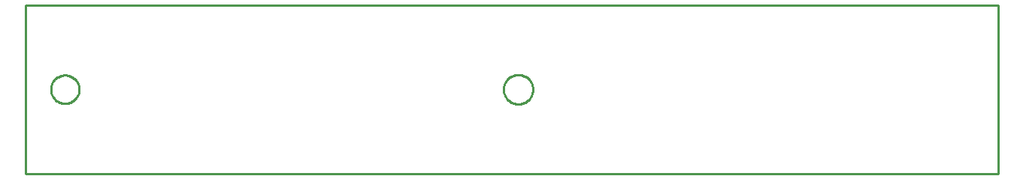
<source format=gko>
G04 EAGLE Gerber RS-274X export*
G75*
%MOMM*%
%FSLAX34Y34*%
%LPD*%
%INBoard Outline*%
%IPPOS*%
%AMOC8*
5,1,8,0,0,1.08239X$1,22.5*%
G01*
%ADD10C,0.000000*%
%ADD11C,0.254000*%


D10*
X0Y0D02*
X1095250Y0D01*
X1095250Y190400D01*
X0Y190400D01*
X0Y0D01*
X28450Y95250D02*
X28455Y95643D01*
X28469Y96035D01*
X28493Y96427D01*
X28527Y96818D01*
X28570Y97209D01*
X28623Y97598D01*
X28686Y97985D01*
X28757Y98371D01*
X28839Y98756D01*
X28929Y99138D01*
X29030Y99517D01*
X29139Y99895D01*
X29258Y100269D01*
X29385Y100640D01*
X29522Y101008D01*
X29668Y101373D01*
X29823Y101734D01*
X29986Y102091D01*
X30158Y102444D01*
X30339Y102792D01*
X30529Y103136D01*
X30726Y103476D01*
X30932Y103810D01*
X31146Y104139D01*
X31369Y104463D01*
X31599Y104781D01*
X31836Y105094D01*
X32082Y105400D01*
X32335Y105701D01*
X32595Y105995D01*
X32862Y106283D01*
X33136Y106564D01*
X33417Y106838D01*
X33705Y107105D01*
X33999Y107365D01*
X34300Y107618D01*
X34606Y107864D01*
X34919Y108101D01*
X35237Y108331D01*
X35561Y108554D01*
X35890Y108768D01*
X36224Y108974D01*
X36564Y109171D01*
X36908Y109361D01*
X37256Y109542D01*
X37609Y109714D01*
X37966Y109877D01*
X38327Y110032D01*
X38692Y110178D01*
X39060Y110315D01*
X39431Y110442D01*
X39805Y110561D01*
X40183Y110670D01*
X40562Y110771D01*
X40944Y110861D01*
X41329Y110943D01*
X41715Y111014D01*
X42102Y111077D01*
X42491Y111130D01*
X42882Y111173D01*
X43273Y111207D01*
X43665Y111231D01*
X44057Y111245D01*
X44450Y111250D01*
X44843Y111245D01*
X45235Y111231D01*
X45627Y111207D01*
X46018Y111173D01*
X46409Y111130D01*
X46798Y111077D01*
X47185Y111014D01*
X47571Y110943D01*
X47956Y110861D01*
X48338Y110771D01*
X48717Y110670D01*
X49095Y110561D01*
X49469Y110442D01*
X49840Y110315D01*
X50208Y110178D01*
X50573Y110032D01*
X50934Y109877D01*
X51291Y109714D01*
X51644Y109542D01*
X51992Y109361D01*
X52336Y109171D01*
X52676Y108974D01*
X53010Y108768D01*
X53339Y108554D01*
X53663Y108331D01*
X53981Y108101D01*
X54294Y107864D01*
X54600Y107618D01*
X54901Y107365D01*
X55195Y107105D01*
X55483Y106838D01*
X55764Y106564D01*
X56038Y106283D01*
X56305Y105995D01*
X56565Y105701D01*
X56818Y105400D01*
X57064Y105094D01*
X57301Y104781D01*
X57531Y104463D01*
X57754Y104139D01*
X57968Y103810D01*
X58174Y103476D01*
X58371Y103136D01*
X58561Y102792D01*
X58742Y102444D01*
X58914Y102091D01*
X59077Y101734D01*
X59232Y101373D01*
X59378Y101008D01*
X59515Y100640D01*
X59642Y100269D01*
X59761Y99895D01*
X59870Y99517D01*
X59971Y99138D01*
X60061Y98756D01*
X60143Y98371D01*
X60214Y97985D01*
X60277Y97598D01*
X60330Y97209D01*
X60373Y96818D01*
X60407Y96427D01*
X60431Y96035D01*
X60445Y95643D01*
X60450Y95250D01*
X60445Y94857D01*
X60431Y94465D01*
X60407Y94073D01*
X60373Y93682D01*
X60330Y93291D01*
X60277Y92902D01*
X60214Y92515D01*
X60143Y92129D01*
X60061Y91744D01*
X59971Y91362D01*
X59870Y90983D01*
X59761Y90605D01*
X59642Y90231D01*
X59515Y89860D01*
X59378Y89492D01*
X59232Y89127D01*
X59077Y88766D01*
X58914Y88409D01*
X58742Y88056D01*
X58561Y87708D01*
X58371Y87364D01*
X58174Y87024D01*
X57968Y86690D01*
X57754Y86361D01*
X57531Y86037D01*
X57301Y85719D01*
X57064Y85406D01*
X56818Y85100D01*
X56565Y84799D01*
X56305Y84505D01*
X56038Y84217D01*
X55764Y83936D01*
X55483Y83662D01*
X55195Y83395D01*
X54901Y83135D01*
X54600Y82882D01*
X54294Y82636D01*
X53981Y82399D01*
X53663Y82169D01*
X53339Y81946D01*
X53010Y81732D01*
X52676Y81526D01*
X52336Y81329D01*
X51992Y81139D01*
X51644Y80958D01*
X51291Y80786D01*
X50934Y80623D01*
X50573Y80468D01*
X50208Y80322D01*
X49840Y80185D01*
X49469Y80058D01*
X49095Y79939D01*
X48717Y79830D01*
X48338Y79729D01*
X47956Y79639D01*
X47571Y79557D01*
X47185Y79486D01*
X46798Y79423D01*
X46409Y79370D01*
X46018Y79327D01*
X45627Y79293D01*
X45235Y79269D01*
X44843Y79255D01*
X44450Y79250D01*
X44057Y79255D01*
X43665Y79269D01*
X43273Y79293D01*
X42882Y79327D01*
X42491Y79370D01*
X42102Y79423D01*
X41715Y79486D01*
X41329Y79557D01*
X40944Y79639D01*
X40562Y79729D01*
X40183Y79830D01*
X39805Y79939D01*
X39431Y80058D01*
X39060Y80185D01*
X38692Y80322D01*
X38327Y80468D01*
X37966Y80623D01*
X37609Y80786D01*
X37256Y80958D01*
X36908Y81139D01*
X36564Y81329D01*
X36224Y81526D01*
X35890Y81732D01*
X35561Y81946D01*
X35237Y82169D01*
X34919Y82399D01*
X34606Y82636D01*
X34300Y82882D01*
X33999Y83135D01*
X33705Y83395D01*
X33417Y83662D01*
X33136Y83936D01*
X32862Y84217D01*
X32595Y84505D01*
X32335Y84799D01*
X32082Y85100D01*
X31836Y85406D01*
X31599Y85719D01*
X31369Y86037D01*
X31146Y86361D01*
X30932Y86690D01*
X30726Y87024D01*
X30529Y87364D01*
X30339Y87708D01*
X30158Y88056D01*
X29986Y88409D01*
X29823Y88766D01*
X29668Y89127D01*
X29522Y89492D01*
X29385Y89860D01*
X29258Y90231D01*
X29139Y90605D01*
X29030Y90983D01*
X28929Y91362D01*
X28839Y91744D01*
X28757Y92129D01*
X28686Y92515D01*
X28623Y92902D01*
X28570Y93291D01*
X28527Y93682D01*
X28493Y94073D01*
X28469Y94465D01*
X28455Y94857D01*
X28450Y95250D01*
X538480Y95250D02*
X538485Y95655D01*
X538500Y96060D01*
X538525Y96465D01*
X538560Y96868D01*
X538604Y97271D01*
X538659Y97673D01*
X538723Y98073D01*
X538797Y98471D01*
X538881Y98867D01*
X538975Y99262D01*
X539078Y99653D01*
X539191Y100043D01*
X539313Y100429D01*
X539445Y100812D01*
X539586Y101192D01*
X539737Y101568D01*
X539896Y101941D01*
X540065Y102309D01*
X540243Y102673D01*
X540429Y103033D01*
X540625Y103388D01*
X540829Y103738D01*
X541041Y104083D01*
X541262Y104422D01*
X541492Y104757D01*
X541729Y105085D01*
X541974Y105407D01*
X542228Y105724D01*
X542488Y106034D01*
X542757Y106337D01*
X543033Y106634D01*
X543316Y106924D01*
X543606Y107207D01*
X543903Y107483D01*
X544206Y107752D01*
X544516Y108012D01*
X544833Y108266D01*
X545155Y108511D01*
X545483Y108748D01*
X545818Y108978D01*
X546157Y109199D01*
X546502Y109411D01*
X546852Y109615D01*
X547207Y109811D01*
X547567Y109997D01*
X547931Y110175D01*
X548299Y110344D01*
X548672Y110503D01*
X549048Y110654D01*
X549428Y110795D01*
X549811Y110927D01*
X550197Y111049D01*
X550587Y111162D01*
X550978Y111265D01*
X551373Y111359D01*
X551769Y111443D01*
X552167Y111517D01*
X552567Y111581D01*
X552969Y111636D01*
X553372Y111680D01*
X553775Y111715D01*
X554180Y111740D01*
X554585Y111755D01*
X554990Y111760D01*
X555395Y111755D01*
X555800Y111740D01*
X556205Y111715D01*
X556608Y111680D01*
X557011Y111636D01*
X557413Y111581D01*
X557813Y111517D01*
X558211Y111443D01*
X558607Y111359D01*
X559002Y111265D01*
X559393Y111162D01*
X559783Y111049D01*
X560169Y110927D01*
X560552Y110795D01*
X560932Y110654D01*
X561308Y110503D01*
X561681Y110344D01*
X562049Y110175D01*
X562413Y109997D01*
X562773Y109811D01*
X563128Y109615D01*
X563478Y109411D01*
X563823Y109199D01*
X564162Y108978D01*
X564497Y108748D01*
X564825Y108511D01*
X565147Y108266D01*
X565464Y108012D01*
X565774Y107752D01*
X566077Y107483D01*
X566374Y107207D01*
X566664Y106924D01*
X566947Y106634D01*
X567223Y106337D01*
X567492Y106034D01*
X567752Y105724D01*
X568006Y105407D01*
X568251Y105085D01*
X568488Y104757D01*
X568718Y104422D01*
X568939Y104083D01*
X569151Y103738D01*
X569355Y103388D01*
X569551Y103033D01*
X569737Y102673D01*
X569915Y102309D01*
X570084Y101941D01*
X570243Y101568D01*
X570394Y101192D01*
X570535Y100812D01*
X570667Y100429D01*
X570789Y100043D01*
X570902Y99653D01*
X571005Y99262D01*
X571099Y98867D01*
X571183Y98471D01*
X571257Y98073D01*
X571321Y97673D01*
X571376Y97271D01*
X571420Y96868D01*
X571455Y96465D01*
X571480Y96060D01*
X571495Y95655D01*
X571500Y95250D01*
X571495Y94845D01*
X571480Y94440D01*
X571455Y94035D01*
X571420Y93632D01*
X571376Y93229D01*
X571321Y92827D01*
X571257Y92427D01*
X571183Y92029D01*
X571099Y91633D01*
X571005Y91238D01*
X570902Y90847D01*
X570789Y90457D01*
X570667Y90071D01*
X570535Y89688D01*
X570394Y89308D01*
X570243Y88932D01*
X570084Y88559D01*
X569915Y88191D01*
X569737Y87827D01*
X569551Y87467D01*
X569355Y87112D01*
X569151Y86762D01*
X568939Y86417D01*
X568718Y86078D01*
X568488Y85743D01*
X568251Y85415D01*
X568006Y85093D01*
X567752Y84776D01*
X567492Y84466D01*
X567223Y84163D01*
X566947Y83866D01*
X566664Y83576D01*
X566374Y83293D01*
X566077Y83017D01*
X565774Y82748D01*
X565464Y82488D01*
X565147Y82234D01*
X564825Y81989D01*
X564497Y81752D01*
X564162Y81522D01*
X563823Y81301D01*
X563478Y81089D01*
X563128Y80885D01*
X562773Y80689D01*
X562413Y80503D01*
X562049Y80325D01*
X561681Y80156D01*
X561308Y79997D01*
X560932Y79846D01*
X560552Y79705D01*
X560169Y79573D01*
X559783Y79451D01*
X559393Y79338D01*
X559002Y79235D01*
X558607Y79141D01*
X558211Y79057D01*
X557813Y78983D01*
X557413Y78919D01*
X557011Y78864D01*
X556608Y78820D01*
X556205Y78785D01*
X555800Y78760D01*
X555395Y78745D01*
X554990Y78740D01*
X554585Y78745D01*
X554180Y78760D01*
X553775Y78785D01*
X553372Y78820D01*
X552969Y78864D01*
X552567Y78919D01*
X552167Y78983D01*
X551769Y79057D01*
X551373Y79141D01*
X550978Y79235D01*
X550587Y79338D01*
X550197Y79451D01*
X549811Y79573D01*
X549428Y79705D01*
X549048Y79846D01*
X548672Y79997D01*
X548299Y80156D01*
X547931Y80325D01*
X547567Y80503D01*
X547207Y80689D01*
X546852Y80885D01*
X546502Y81089D01*
X546157Y81301D01*
X545818Y81522D01*
X545483Y81752D01*
X545155Y81989D01*
X544833Y82234D01*
X544516Y82488D01*
X544206Y82748D01*
X543903Y83017D01*
X543606Y83293D01*
X543316Y83576D01*
X543033Y83866D01*
X542757Y84163D01*
X542488Y84466D01*
X542228Y84776D01*
X541974Y85093D01*
X541729Y85415D01*
X541492Y85743D01*
X541262Y86078D01*
X541041Y86417D01*
X540829Y86762D01*
X540625Y87112D01*
X540429Y87467D01*
X540243Y87827D01*
X540065Y88191D01*
X539896Y88559D01*
X539737Y88932D01*
X539586Y89308D01*
X539445Y89688D01*
X539313Y90071D01*
X539191Y90457D01*
X539078Y90847D01*
X538975Y91238D01*
X538881Y91633D01*
X538797Y92029D01*
X538723Y92427D01*
X538659Y92827D01*
X538604Y93229D01*
X538560Y93632D01*
X538525Y94035D01*
X538500Y94440D01*
X538485Y94845D01*
X538480Y95250D01*
D11*
X0Y0D02*
X1095250Y0D01*
X1095250Y190400D01*
X0Y190400D01*
X0Y0D01*
X60450Y94726D02*
X60382Y93681D01*
X60245Y92642D01*
X60040Y91615D01*
X59769Y90603D01*
X59433Y89611D01*
X59032Y88643D01*
X58568Y87704D01*
X58045Y86796D01*
X57463Y85925D01*
X56825Y85094D01*
X56134Y84307D01*
X55393Y83566D01*
X54606Y82875D01*
X53775Y82238D01*
X52904Y81656D01*
X51996Y81132D01*
X51057Y80668D01*
X50089Y80267D01*
X49097Y79931D01*
X48085Y79660D01*
X47058Y79455D01*
X46019Y79319D01*
X44974Y79250D01*
X43926Y79250D01*
X42881Y79319D01*
X41842Y79455D01*
X40815Y79660D01*
X39803Y79931D01*
X38811Y80267D01*
X37843Y80668D01*
X36904Y81132D01*
X35996Y81656D01*
X35125Y82238D01*
X34294Y82875D01*
X33507Y83566D01*
X32766Y84307D01*
X32075Y85094D01*
X31438Y85925D01*
X30856Y86796D01*
X30332Y87704D01*
X29868Y88643D01*
X29467Y89611D01*
X29131Y90603D01*
X28860Y91615D01*
X28655Y92642D01*
X28519Y93681D01*
X28450Y94726D01*
X28450Y95774D01*
X28519Y96819D01*
X28655Y97858D01*
X28860Y98885D01*
X29131Y99897D01*
X29467Y100889D01*
X29868Y101857D01*
X30332Y102796D01*
X30856Y103704D01*
X31438Y104575D01*
X32075Y105406D01*
X32766Y106193D01*
X33507Y106934D01*
X34294Y107625D01*
X35125Y108263D01*
X35996Y108845D01*
X36904Y109368D01*
X37843Y109832D01*
X38811Y110233D01*
X39803Y110569D01*
X40815Y110840D01*
X41842Y111045D01*
X42881Y111182D01*
X43926Y111250D01*
X44974Y111250D01*
X46019Y111182D01*
X47058Y111045D01*
X48085Y110840D01*
X49097Y110569D01*
X50089Y110233D01*
X51057Y109832D01*
X51996Y109368D01*
X52904Y108845D01*
X53775Y108263D01*
X54606Y107625D01*
X55393Y106934D01*
X56134Y106193D01*
X56825Y105406D01*
X57463Y104575D01*
X58045Y103704D01*
X58568Y102796D01*
X59032Y101857D01*
X59433Y100889D01*
X59769Y99897D01*
X60040Y98885D01*
X60245Y97858D01*
X60382Y96819D01*
X60450Y95774D01*
X60450Y94726D01*
X555530Y78740D02*
X556609Y78811D01*
X557681Y78952D01*
X558741Y79163D01*
X559785Y79442D01*
X560809Y79790D01*
X561807Y80204D01*
X562777Y80682D01*
X563713Y81222D01*
X564612Y81823D01*
X565469Y82481D01*
X566282Y83194D01*
X567047Y83958D01*
X567759Y84771D01*
X568417Y85628D01*
X569018Y86527D01*
X569558Y87463D01*
X570036Y88433D01*
X570450Y89431D01*
X570798Y90455D01*
X571077Y91499D01*
X571288Y92559D01*
X571429Y93631D01*
X571500Y94710D01*
X571500Y95790D01*
X571429Y96869D01*
X571288Y97941D01*
X571077Y99001D01*
X570798Y100045D01*
X570450Y101069D01*
X570036Y102067D01*
X569558Y103037D01*
X569018Y103973D01*
X568417Y104872D01*
X567759Y105729D01*
X567047Y106542D01*
X566282Y107307D01*
X565469Y108019D01*
X564612Y108677D01*
X563713Y109278D01*
X562777Y109818D01*
X561807Y110296D01*
X560809Y110710D01*
X559785Y111058D01*
X558741Y111337D01*
X557681Y111548D01*
X556609Y111689D01*
X555530Y111760D01*
X554450Y111760D01*
X553371Y111689D01*
X552299Y111548D01*
X551239Y111337D01*
X550195Y111058D01*
X549171Y110710D01*
X548173Y110296D01*
X547203Y109818D01*
X546267Y109278D01*
X545368Y108677D01*
X544511Y108019D01*
X543698Y107307D01*
X542934Y106542D01*
X542221Y105729D01*
X541563Y104872D01*
X540962Y103973D01*
X540422Y103037D01*
X539944Y102067D01*
X539530Y101069D01*
X539182Y100045D01*
X538903Y99001D01*
X538692Y97941D01*
X538551Y96869D01*
X538480Y95790D01*
X538480Y94710D01*
X538551Y93631D01*
X538692Y92559D01*
X538903Y91499D01*
X539182Y90455D01*
X539530Y89431D01*
X539944Y88433D01*
X540422Y87463D01*
X540962Y86527D01*
X541563Y85628D01*
X542221Y84771D01*
X542934Y83958D01*
X543698Y83194D01*
X544511Y82481D01*
X545368Y81823D01*
X546267Y81222D01*
X547203Y80682D01*
X548173Y80204D01*
X549171Y79790D01*
X550195Y79442D01*
X551239Y79163D01*
X552299Y78952D01*
X553371Y78811D01*
X554450Y78740D01*
X555530Y78740D01*
M02*

</source>
